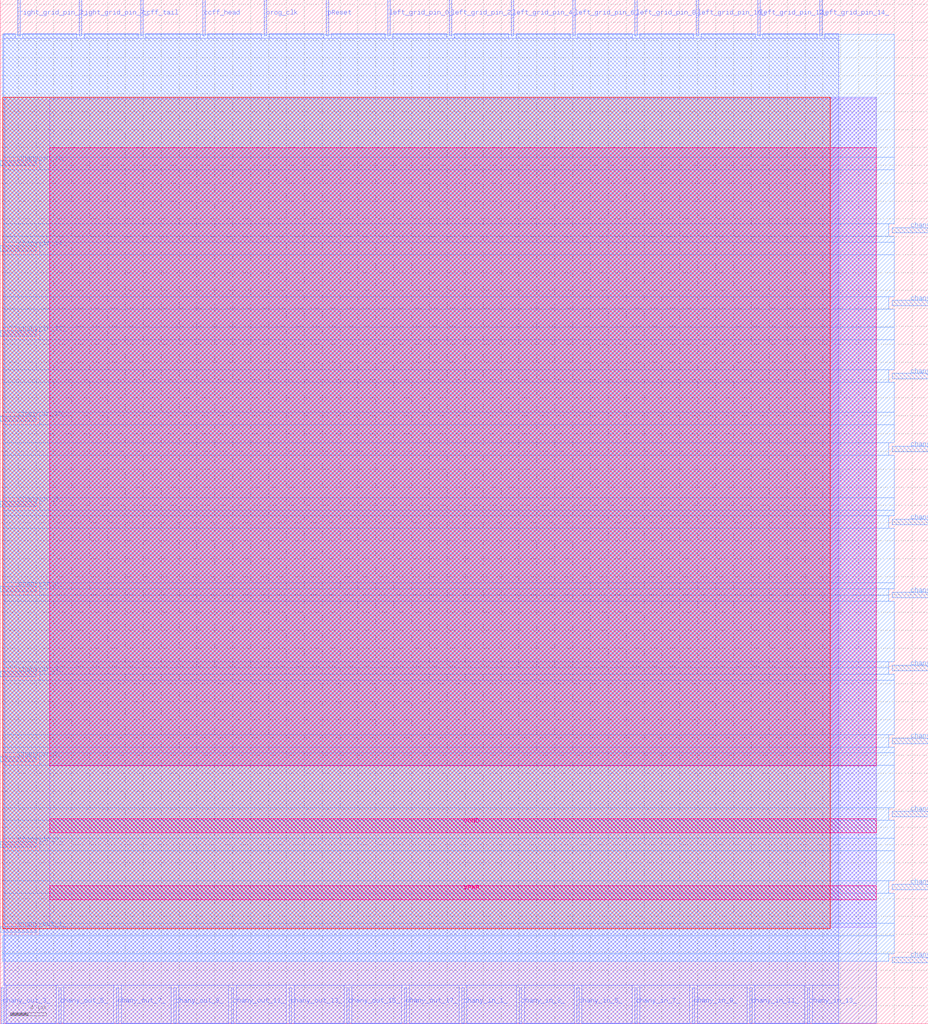
<source format=lef>
VERSION 5.7 ;
  NAMESCASESENSITIVE ON ;
  NOWIREEXTENSIONATPIN ON ;
  DIVIDERCHAR "/" ;
  BUSBITCHARS "[]" ;
UNITS
  DATABASE MICRONS 200 ;
END UNITS

MACRO cby_0__1_
  CLASS BLOCK ;
  FOREIGN cby_0__1_ ;
  ORIGIN 0.000 0.000 ;
  SIZE 103.775 BY 114.495 ;
  PIN chany_out_1_
    DIRECTION OUTPUT TRISTATE ;
    PORT
      LAYER met3 ;
        RECT 0.000 10.240 4.000 10.840 ;
    END
  END chany_out_1_
  PIN chany_in_0_
    DIRECTION INPUT ;
    PORT
      LAYER met3 ;
        RECT 0.000 19.760 4.000 20.360 ;
    END
  END chany_in_0_
  PIN chany_in_2_
    DIRECTION INPUT ;
    PORT
      LAYER met3 ;
        RECT 0.000 29.280 4.000 29.880 ;
    END
  END chany_in_2_
  PIN chany_in_4_
    DIRECTION INPUT ;
    PORT
      LAYER met3 ;
        RECT 0.000 38.800 4.000 39.400 ;
    END
  END chany_in_4_
  PIN chany_in_6_
    DIRECTION INPUT ;
    PORT
      LAYER met3 ;
        RECT 0.000 48.320 4.000 48.920 ;
    END
  END chany_in_6_
  PIN chany_in_8_
    DIRECTION INPUT ;
    PORT
      LAYER met3 ;
        RECT 0.000 57.840 4.000 58.440 ;
    END
  END chany_in_8_
  PIN chany_in_10_
    DIRECTION INPUT ;
    PORT
      LAYER met3 ;
        RECT 0.000 67.360 4.000 67.960 ;
    END
  END chany_in_10_
  PIN chany_in_12_
    DIRECTION INPUT ;
    PORT
      LAYER met3 ;
        RECT 0.000 76.880 4.000 77.480 ;
    END
  END chany_in_12_
  PIN chany_in_14_
    DIRECTION INPUT ;
    PORT
      LAYER met3 ;
        RECT 0.000 86.400 4.000 87.000 ;
    END
  END chany_in_14_
  PIN chany_in_16_
    DIRECTION INPUT ;
    PORT
      LAYER met3 ;
        RECT 0.000 95.920 4.000 96.520 ;
    END
  END chany_in_16_
  PIN right_grid_pin_3_
    DIRECTION OUTPUT TRISTATE ;
    PORT
      LAYER met2 ;
        RECT 1.930 110.495 2.210 114.495 ;
    END
  END right_grid_pin_3_
  PIN right_grid_pin_7_
    DIRECTION OUTPUT TRISTATE ;
    PORT
      LAYER met2 ;
        RECT 8.830 110.495 9.110 114.495 ;
    END
  END right_grid_pin_7_
  PIN ccff_tail
    DIRECTION OUTPUT TRISTATE ;
    PORT
      LAYER met2 ;
        RECT 15.730 110.495 16.010 114.495 ;
    END
  END ccff_tail
  PIN ccff_head
    DIRECTION INPUT ;
    PORT
      LAYER met2 ;
        RECT 22.630 110.495 22.910 114.495 ;
    END
  END ccff_head
  PIN prog_clk
    DIRECTION INPUT ;
    PORT
      LAYER met2 ;
        RECT 29.530 110.495 29.810 114.495 ;
    END
  END prog_clk
  PIN pReset
    DIRECTION INPUT ;
    PORT
      LAYER met2 ;
        RECT 36.430 110.495 36.710 114.495 ;
    END
  END pReset
  PIN left_grid_pin_0_
    DIRECTION OUTPUT TRISTATE ;
    PORT
      LAYER met2 ;
        RECT 43.330 110.495 43.610 114.495 ;
    END
  END left_grid_pin_0_
  PIN left_grid_pin_2_
    DIRECTION OUTPUT TRISTATE ;
    PORT
      LAYER met2 ;
        RECT 50.230 110.495 50.510 114.495 ;
    END
  END left_grid_pin_2_
  PIN left_grid_pin_4_
    DIRECTION OUTPUT TRISTATE ;
    PORT
      LAYER met2 ;
        RECT 57.130 110.495 57.410 114.495 ;
    END
  END left_grid_pin_4_
  PIN left_grid_pin_6_
    DIRECTION OUTPUT TRISTATE ;
    PORT
      LAYER met2 ;
        RECT 64.030 110.495 64.310 114.495 ;
    END
  END left_grid_pin_6_
  PIN left_grid_pin_8_
    DIRECTION OUTPUT TRISTATE ;
    PORT
      LAYER met2 ;
        RECT 70.930 110.495 71.210 114.495 ;
    END
  END left_grid_pin_8_
  PIN left_grid_pin_10_
    DIRECTION OUTPUT TRISTATE ;
    PORT
      LAYER met2 ;
        RECT 77.830 110.495 78.110 114.495 ;
    END
  END left_grid_pin_10_
  PIN left_grid_pin_12_
    DIRECTION OUTPUT TRISTATE ;
    PORT
      LAYER met2 ;
        RECT 84.730 110.495 85.010 114.495 ;
    END
  END left_grid_pin_12_
  PIN left_grid_pin_14_
    DIRECTION OUTPUT TRISTATE ;
    PORT
      LAYER met2 ;
        RECT 91.630 110.495 91.910 114.495 ;
    END
  END left_grid_pin_14_
  PIN chany_in_15_
    DIRECTION INPUT ;
    PORT
      LAYER met3 ;
        RECT 99.775 6.840 103.775 7.440 ;
    END
  END chany_in_15_
  PIN chany_in_17_
    DIRECTION INPUT ;
    PORT
      LAYER met3 ;
        RECT 99.775 15.000 103.775 15.600 ;
    END
  END chany_in_17_
  PIN chany_out_0_
    DIRECTION OUTPUT TRISTATE ;
    PORT
      LAYER met3 ;
        RECT 99.775 23.160 103.775 23.760 ;
    END
  END chany_out_0_
  PIN chany_out_2_
    DIRECTION OUTPUT TRISTATE ;
    PORT
      LAYER met3 ;
        RECT 99.775 31.320 103.775 31.920 ;
    END
  END chany_out_2_
  PIN chany_out_4_
    DIRECTION OUTPUT TRISTATE ;
    PORT
      LAYER met3 ;
        RECT 99.775 39.480 103.775 40.080 ;
    END
  END chany_out_4_
  PIN chany_out_6_
    DIRECTION OUTPUT TRISTATE ;
    PORT
      LAYER met3 ;
        RECT 99.775 47.640 103.775 48.240 ;
    END
  END chany_out_6_
  PIN chany_out_8_
    DIRECTION OUTPUT TRISTATE ;
    PORT
      LAYER met3 ;
        RECT 99.775 55.800 103.775 56.400 ;
    END
  END chany_out_8_
  PIN chany_out_10_
    DIRECTION OUTPUT TRISTATE ;
    PORT
      LAYER met3 ;
        RECT 99.775 63.960 103.775 64.560 ;
    END
  END chany_out_10_
  PIN chany_out_12_
    DIRECTION OUTPUT TRISTATE ;
    PORT
      LAYER met3 ;
        RECT 99.775 72.120 103.775 72.720 ;
    END
  END chany_out_12_
  PIN chany_out_14_
    DIRECTION OUTPUT TRISTATE ;
    PORT
      LAYER met3 ;
        RECT 99.775 80.280 103.775 80.880 ;
    END
  END chany_out_14_
  PIN chany_out_16_
    DIRECTION OUTPUT TRISTATE ;
    PORT
      LAYER met3 ;
        RECT 99.775 88.440 103.775 89.040 ;
    END
  END chany_out_16_
  PIN chany_out_3_
    DIRECTION OUTPUT TRISTATE ;
    PORT
      LAYER met2 ;
        RECT 0.090 0.000 0.370 4.000 ;
    END
  END chany_out_3_
  PIN chany_out_5_
    DIRECTION OUTPUT TRISTATE ;
    PORT
      LAYER met2 ;
        RECT 6.530 0.000 6.810 4.000 ;
    END
  END chany_out_5_
  PIN chany_out_7_
    DIRECTION OUTPUT TRISTATE ;
    PORT
      LAYER met2 ;
        RECT 12.970 0.000 13.250 4.000 ;
    END
  END chany_out_7_
  PIN chany_out_9_
    DIRECTION OUTPUT TRISTATE ;
    PORT
      LAYER met2 ;
        RECT 19.410 0.000 19.690 4.000 ;
    END
  END chany_out_9_
  PIN chany_out_11_
    DIRECTION OUTPUT TRISTATE ;
    PORT
      LAYER met2 ;
        RECT 25.850 0.000 26.130 4.000 ;
    END
  END chany_out_11_
  PIN chany_out_13_
    DIRECTION OUTPUT TRISTATE ;
    PORT
      LAYER met2 ;
        RECT 32.290 0.000 32.570 4.000 ;
    END
  END chany_out_13_
  PIN chany_out_15_
    DIRECTION OUTPUT TRISTATE ;
    PORT
      LAYER met2 ;
        RECT 38.730 0.000 39.010 4.000 ;
    END
  END chany_out_15_
  PIN chany_out_17_
    DIRECTION OUTPUT TRISTATE ;
    PORT
      LAYER met2 ;
        RECT 45.170 0.000 45.450 4.000 ;
    END
  END chany_out_17_
  PIN chany_in_1_
    DIRECTION INPUT ;
    PORT
      LAYER met2 ;
        RECT 51.610 0.000 51.890 4.000 ;
    END
  END chany_in_1_
  PIN chany_in_3_
    DIRECTION INPUT ;
    PORT
      LAYER met2 ;
        RECT 58.050 0.000 58.330 4.000 ;
    END
  END chany_in_3_
  PIN chany_in_5_
    DIRECTION INPUT ;
    PORT
      LAYER met2 ;
        RECT 64.490 0.000 64.770 4.000 ;
    END
  END chany_in_5_
  PIN chany_in_7_
    DIRECTION INPUT ;
    PORT
      LAYER met2 ;
        RECT 70.930 0.000 71.210 4.000 ;
    END
  END chany_in_7_
  PIN chany_in_9_
    DIRECTION INPUT ;
    PORT
      LAYER met2 ;
        RECT 77.370 0.000 77.650 4.000 ;
    END
  END chany_in_9_
  PIN chany_in_11_
    DIRECTION INPUT ;
    PORT
      LAYER met2 ;
        RECT 83.810 0.000 84.090 4.000 ;
    END
  END chany_in_11_
  PIN chany_in_13_
    DIRECTION INPUT ;
    PORT
      LAYER met2 ;
        RECT 90.250 0.000 90.530 4.000 ;
    END
  END chany_in_13_
  PIN VPWR
    DIRECTION INPUT ;
    USE POWER ;
    PORT
      LAYER met5 ;
        RECT 5.520 13.840 97.980 15.440 ;
    END
  END VPWR
  PIN VGND
    DIRECTION INPUT ;
    USE GROUND ;
    PORT
      LAYER met5 ;
        RECT 5.520 21.340 97.980 22.940 ;
    END
  END VGND
  OBS
      LAYER li1 ;
        RECT 5.520 10.795 97.980 103.445 ;
      LAYER met1 ;
        RECT 0.530 0.040 97.980 103.600 ;
      LAYER met2 ;
        RECT 0.370 110.215 1.650 110.685 ;
        RECT 2.490 110.215 8.550 110.685 ;
        RECT 9.390 110.215 15.450 110.685 ;
        RECT 16.290 110.215 22.350 110.685 ;
        RECT 23.190 110.215 29.250 110.685 ;
        RECT 30.090 110.215 36.150 110.685 ;
        RECT 36.990 110.215 43.050 110.685 ;
        RECT 43.890 110.215 49.950 110.685 ;
        RECT 50.790 110.215 56.850 110.685 ;
        RECT 57.690 110.215 63.750 110.685 ;
        RECT 64.590 110.215 70.650 110.685 ;
        RECT 71.490 110.215 77.550 110.685 ;
        RECT 78.390 110.215 84.450 110.685 ;
        RECT 85.290 110.215 91.350 110.685 ;
        RECT 92.190 110.215 93.750 110.685 ;
        RECT 0.370 4.280 93.750 110.215 ;
        RECT 0.650 0.010 6.250 4.280 ;
        RECT 7.090 0.010 12.690 4.280 ;
        RECT 13.530 0.010 19.130 4.280 ;
        RECT 19.970 0.010 25.570 4.280 ;
        RECT 26.410 0.010 32.010 4.280 ;
        RECT 32.850 0.010 38.450 4.280 ;
        RECT 39.290 0.010 44.890 4.280 ;
        RECT 45.730 0.010 51.330 4.280 ;
        RECT 52.170 0.010 57.770 4.280 ;
        RECT 58.610 0.010 64.210 4.280 ;
        RECT 65.050 0.010 70.650 4.280 ;
        RECT 71.490 0.010 77.090 4.280 ;
        RECT 77.930 0.010 83.530 4.280 ;
        RECT 84.370 0.010 89.970 4.280 ;
        RECT 90.810 0.010 93.750 4.280 ;
      LAYER met3 ;
        RECT 0.270 96.920 99.970 110.665 ;
        RECT 4.400 95.520 99.970 96.920 ;
        RECT 0.270 89.440 99.970 95.520 ;
        RECT 0.270 88.040 99.375 89.440 ;
        RECT 0.270 87.400 99.970 88.040 ;
        RECT 4.400 86.000 99.970 87.400 ;
        RECT 0.270 81.280 99.970 86.000 ;
        RECT 0.270 79.880 99.375 81.280 ;
        RECT 0.270 77.880 99.970 79.880 ;
        RECT 4.400 76.480 99.970 77.880 ;
        RECT 0.270 73.120 99.970 76.480 ;
        RECT 0.270 71.720 99.375 73.120 ;
        RECT 0.270 68.360 99.970 71.720 ;
        RECT 4.400 66.960 99.970 68.360 ;
        RECT 0.270 64.960 99.970 66.960 ;
        RECT 0.270 63.560 99.375 64.960 ;
        RECT 0.270 58.840 99.970 63.560 ;
        RECT 4.400 57.440 99.970 58.840 ;
        RECT 0.270 56.800 99.970 57.440 ;
        RECT 0.270 55.400 99.375 56.800 ;
        RECT 0.270 49.320 99.970 55.400 ;
        RECT 4.400 48.640 99.970 49.320 ;
        RECT 4.400 47.920 99.375 48.640 ;
        RECT 0.270 47.240 99.375 47.920 ;
        RECT 0.270 40.480 99.970 47.240 ;
        RECT 0.270 39.800 99.375 40.480 ;
        RECT 4.400 39.080 99.375 39.800 ;
        RECT 4.400 38.400 99.970 39.080 ;
        RECT 0.270 32.320 99.970 38.400 ;
        RECT 0.270 30.920 99.375 32.320 ;
        RECT 0.270 30.280 99.970 30.920 ;
        RECT 4.400 28.880 99.970 30.280 ;
        RECT 0.270 24.160 99.970 28.880 ;
        RECT 0.270 22.760 99.375 24.160 ;
        RECT 0.270 20.760 99.970 22.760 ;
        RECT 4.400 19.360 99.970 20.760 ;
        RECT 0.270 16.000 99.970 19.360 ;
        RECT 0.270 14.600 99.375 16.000 ;
        RECT 0.270 11.240 99.970 14.600 ;
        RECT 4.400 9.840 99.970 11.240 ;
        RECT 0.270 7.840 99.970 9.840 ;
        RECT 0.270 6.975 99.375 7.840 ;
      LAYER met4 ;
        RECT 0.295 10.640 92.820 103.600 ;
      LAYER met5 ;
        RECT 5.520 28.840 97.980 97.940 ;
  END
END cby_0__1_
END LIBRARY


</source>
